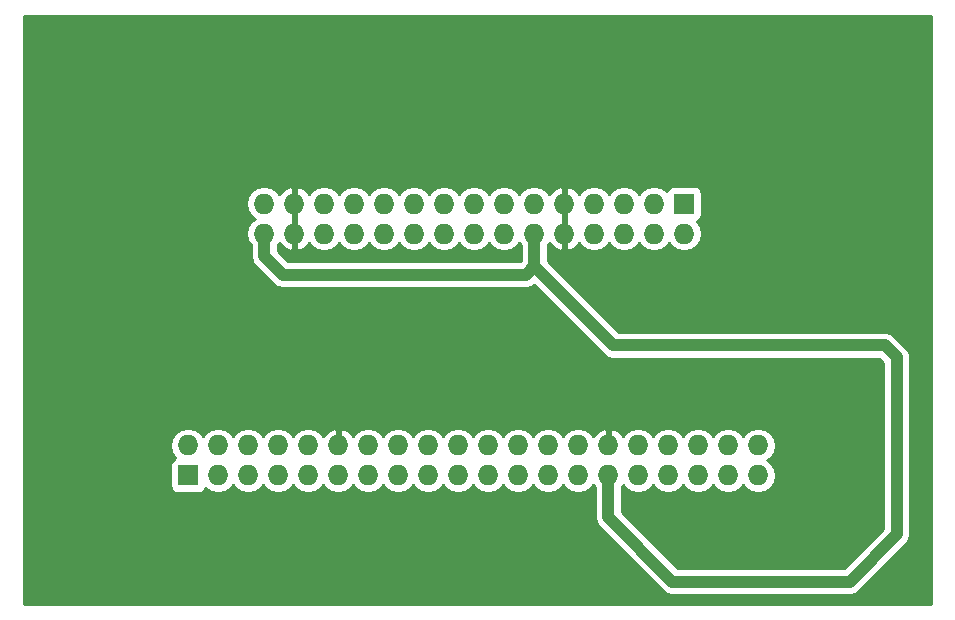
<source format=gbr>
G04 #@! TF.FileFunction,Copper,L2,Bot,Signal*
%FSLAX46Y46*%
G04 Gerber Fmt 4.6, Leading zero omitted, Abs format (unit mm)*
G04 Created by KiCad (PCBNEW 4.0.3+e1-6302~38~ubuntu15.10.1-stable) date Thu Nov 10 16:03:18 2016*
%MOMM*%
%LPD*%
G01*
G04 APERTURE LIST*
%ADD10C,0.100000*%
%ADD11R,1.727200X1.727200*%
%ADD12O,1.727200X1.727200*%
%ADD13C,1.000000*%
%ADD14C,0.254000*%
G04 APERTURE END LIST*
D10*
D11*
X189000000Y-80000000D03*
D12*
X189000000Y-82540000D03*
X186460000Y-80000000D03*
X186460000Y-82540000D03*
X183920000Y-80000000D03*
X183920000Y-82540000D03*
X181380000Y-80000000D03*
X181380000Y-82540000D03*
X178840000Y-80000000D03*
X178840000Y-82540000D03*
X176300000Y-80000000D03*
X176300000Y-82540000D03*
X173760000Y-80000000D03*
X173760000Y-82540000D03*
X171220000Y-80000000D03*
X171220000Y-82540000D03*
X168680000Y-80000000D03*
X168680000Y-82540000D03*
X166140000Y-80000000D03*
X166140000Y-82540000D03*
X163600000Y-80000000D03*
X163600000Y-82540000D03*
X161060000Y-80000000D03*
X161060000Y-82540000D03*
X158520000Y-80000000D03*
X158520000Y-82540000D03*
X155980000Y-80000000D03*
X155980000Y-82540000D03*
X153440000Y-80000000D03*
X153440000Y-82540000D03*
D11*
X147000000Y-103000000D03*
D12*
X147000000Y-100460000D03*
X149540000Y-103000000D03*
X149540000Y-100460000D03*
X152080000Y-103000000D03*
X152080000Y-100460000D03*
X154620000Y-103000000D03*
X154620000Y-100460000D03*
X157160000Y-103000000D03*
X157160000Y-100460000D03*
X159700000Y-103000000D03*
X159700000Y-100460000D03*
X162240000Y-103000000D03*
X162240000Y-100460000D03*
X164780000Y-103000000D03*
X164780000Y-100460000D03*
X167320000Y-103000000D03*
X167320000Y-100460000D03*
X169860000Y-103000000D03*
X169860000Y-100460000D03*
X172400000Y-103000000D03*
X172400000Y-100460000D03*
X174940000Y-103000000D03*
X174940000Y-100460000D03*
X177480000Y-103000000D03*
X177480000Y-100460000D03*
X180020000Y-103000000D03*
X180020000Y-100460000D03*
X182560000Y-103000000D03*
X182560000Y-100460000D03*
X185100000Y-103000000D03*
X185100000Y-100460000D03*
X187640000Y-103000000D03*
X187640000Y-100460000D03*
X190180000Y-103000000D03*
X190180000Y-100460000D03*
X192720000Y-103000000D03*
X192720000Y-100460000D03*
X195260000Y-103000000D03*
X195260000Y-100460000D03*
D13*
X176300000Y-82540000D02*
X176300000Y-85300000D01*
X176300000Y-85300000D02*
X175600000Y-86000000D01*
X153440000Y-84440000D02*
X153440000Y-82540000D01*
X155000000Y-86000000D02*
X153440000Y-84440000D01*
X175600000Y-86000000D02*
X155000000Y-86000000D01*
X182560000Y-106560000D02*
X182560000Y-103000000D01*
X188000000Y-112000000D02*
X182560000Y-106560000D01*
X203000000Y-112000000D02*
X188000000Y-112000000D01*
X207000000Y-108000000D02*
X203000000Y-112000000D01*
X207000000Y-93000000D02*
X207000000Y-108000000D01*
X206000000Y-92000000D02*
X207000000Y-93000000D01*
X183000000Y-92000000D02*
X206000000Y-92000000D01*
X176300000Y-85300000D02*
X183000000Y-92000000D01*
D14*
G36*
X209873000Y-113873000D02*
X133127000Y-113873000D01*
X133127000Y-100460000D01*
X145472041Y-100460000D01*
X145586115Y-101033489D01*
X145910971Y-101519670D01*
X145924642Y-101528805D01*
X145901083Y-101533238D01*
X145684959Y-101672310D01*
X145539969Y-101884510D01*
X145488960Y-102136400D01*
X145488960Y-103863600D01*
X145533238Y-104098917D01*
X145672310Y-104315041D01*
X145884510Y-104460031D01*
X146136400Y-104511040D01*
X147863600Y-104511040D01*
X148098917Y-104466762D01*
X148315041Y-104327690D01*
X148460031Y-104115490D01*
X148468908Y-104071655D01*
X148937152Y-104384526D01*
X149510641Y-104498600D01*
X149569359Y-104498600D01*
X150142848Y-104384526D01*
X150629029Y-104059670D01*
X150810000Y-103788828D01*
X150990971Y-104059670D01*
X151477152Y-104384526D01*
X152050641Y-104498600D01*
X152109359Y-104498600D01*
X152682848Y-104384526D01*
X153169029Y-104059670D01*
X153350000Y-103788828D01*
X153530971Y-104059670D01*
X154017152Y-104384526D01*
X154590641Y-104498600D01*
X154649359Y-104498600D01*
X155222848Y-104384526D01*
X155709029Y-104059670D01*
X155890000Y-103788828D01*
X156070971Y-104059670D01*
X156557152Y-104384526D01*
X157130641Y-104498600D01*
X157189359Y-104498600D01*
X157762848Y-104384526D01*
X158249029Y-104059670D01*
X158430000Y-103788828D01*
X158610971Y-104059670D01*
X159097152Y-104384526D01*
X159670641Y-104498600D01*
X159729359Y-104498600D01*
X160302848Y-104384526D01*
X160789029Y-104059670D01*
X160970000Y-103788828D01*
X161150971Y-104059670D01*
X161637152Y-104384526D01*
X162210641Y-104498600D01*
X162269359Y-104498600D01*
X162842848Y-104384526D01*
X163329029Y-104059670D01*
X163510000Y-103788828D01*
X163690971Y-104059670D01*
X164177152Y-104384526D01*
X164750641Y-104498600D01*
X164809359Y-104498600D01*
X165382848Y-104384526D01*
X165869029Y-104059670D01*
X166050000Y-103788828D01*
X166230971Y-104059670D01*
X166717152Y-104384526D01*
X167290641Y-104498600D01*
X167349359Y-104498600D01*
X167922848Y-104384526D01*
X168409029Y-104059670D01*
X168590000Y-103788828D01*
X168770971Y-104059670D01*
X169257152Y-104384526D01*
X169830641Y-104498600D01*
X169889359Y-104498600D01*
X170462848Y-104384526D01*
X170949029Y-104059670D01*
X171130000Y-103788828D01*
X171310971Y-104059670D01*
X171797152Y-104384526D01*
X172370641Y-104498600D01*
X172429359Y-104498600D01*
X173002848Y-104384526D01*
X173489029Y-104059670D01*
X173670000Y-103788828D01*
X173850971Y-104059670D01*
X174337152Y-104384526D01*
X174910641Y-104498600D01*
X174969359Y-104498600D01*
X175542848Y-104384526D01*
X176029029Y-104059670D01*
X176210000Y-103788828D01*
X176390971Y-104059670D01*
X176877152Y-104384526D01*
X177450641Y-104498600D01*
X177509359Y-104498600D01*
X178082848Y-104384526D01*
X178569029Y-104059670D01*
X178750000Y-103788828D01*
X178930971Y-104059670D01*
X179417152Y-104384526D01*
X179990641Y-104498600D01*
X180049359Y-104498600D01*
X180622848Y-104384526D01*
X181109029Y-104059670D01*
X181290000Y-103788828D01*
X181425000Y-103990870D01*
X181425000Y-106560000D01*
X181511397Y-106994346D01*
X181757434Y-107362566D01*
X187197434Y-112802566D01*
X187565654Y-113048603D01*
X188000000Y-113135000D01*
X203000000Y-113135000D01*
X203434346Y-113048603D01*
X203802566Y-112802566D01*
X207802566Y-108802566D01*
X208048603Y-108434346D01*
X208135000Y-108000000D01*
X208135000Y-93000000D01*
X208095728Y-92802566D01*
X208048604Y-92565655D01*
X207802567Y-92197434D01*
X206802566Y-91197434D01*
X206434346Y-90951397D01*
X206000000Y-90865000D01*
X183470132Y-90865000D01*
X177435000Y-84829868D01*
X177435000Y-83530870D01*
X177569992Y-83328839D01*
X177951510Y-83746821D01*
X178480973Y-83994968D01*
X178713000Y-83874469D01*
X178713000Y-82667000D01*
X178693000Y-82667000D01*
X178693000Y-82413000D01*
X178713000Y-82413000D01*
X178713000Y-80127000D01*
X178693000Y-80127000D01*
X178693000Y-79873000D01*
X178713000Y-79873000D01*
X178713000Y-78665531D01*
X178967000Y-78665531D01*
X178967000Y-79873000D01*
X178987000Y-79873000D01*
X178987000Y-80127000D01*
X178967000Y-80127000D01*
X178967000Y-82413000D01*
X178987000Y-82413000D01*
X178987000Y-82667000D01*
X178967000Y-82667000D01*
X178967000Y-83874469D01*
X179199027Y-83994968D01*
X179728490Y-83746821D01*
X180110008Y-83328839D01*
X180290971Y-83599670D01*
X180777152Y-83924526D01*
X181350641Y-84038600D01*
X181409359Y-84038600D01*
X181982848Y-83924526D01*
X182469029Y-83599670D01*
X182650000Y-83328828D01*
X182830971Y-83599670D01*
X183317152Y-83924526D01*
X183890641Y-84038600D01*
X183949359Y-84038600D01*
X184522848Y-83924526D01*
X185009029Y-83599670D01*
X185190000Y-83328828D01*
X185370971Y-83599670D01*
X185857152Y-83924526D01*
X186430641Y-84038600D01*
X186489359Y-84038600D01*
X187062848Y-83924526D01*
X187549029Y-83599670D01*
X187730000Y-83328828D01*
X187910971Y-83599670D01*
X188397152Y-83924526D01*
X188970641Y-84038600D01*
X189029359Y-84038600D01*
X189602848Y-83924526D01*
X190089029Y-83599670D01*
X190413885Y-83113489D01*
X190527959Y-82540000D01*
X190413885Y-81966511D01*
X190089029Y-81480330D01*
X190075358Y-81471195D01*
X190098917Y-81466762D01*
X190315041Y-81327690D01*
X190460031Y-81115490D01*
X190511040Y-80863600D01*
X190511040Y-79136400D01*
X190466762Y-78901083D01*
X190327690Y-78684959D01*
X190115490Y-78539969D01*
X189863600Y-78488960D01*
X188136400Y-78488960D01*
X187901083Y-78533238D01*
X187684959Y-78672310D01*
X187539969Y-78884510D01*
X187531092Y-78928345D01*
X187062848Y-78615474D01*
X186489359Y-78501400D01*
X186430641Y-78501400D01*
X185857152Y-78615474D01*
X185370971Y-78940330D01*
X185190000Y-79211172D01*
X185009029Y-78940330D01*
X184522848Y-78615474D01*
X183949359Y-78501400D01*
X183890641Y-78501400D01*
X183317152Y-78615474D01*
X182830971Y-78940330D01*
X182650000Y-79211172D01*
X182469029Y-78940330D01*
X181982848Y-78615474D01*
X181409359Y-78501400D01*
X181350641Y-78501400D01*
X180777152Y-78615474D01*
X180290971Y-78940330D01*
X180110008Y-79211161D01*
X179728490Y-78793179D01*
X179199027Y-78545032D01*
X178967000Y-78665531D01*
X178713000Y-78665531D01*
X178480973Y-78545032D01*
X177951510Y-78793179D01*
X177569992Y-79211161D01*
X177389029Y-78940330D01*
X176902848Y-78615474D01*
X176329359Y-78501400D01*
X176270641Y-78501400D01*
X175697152Y-78615474D01*
X175210971Y-78940330D01*
X175030000Y-79211172D01*
X174849029Y-78940330D01*
X174362848Y-78615474D01*
X173789359Y-78501400D01*
X173730641Y-78501400D01*
X173157152Y-78615474D01*
X172670971Y-78940330D01*
X172490000Y-79211172D01*
X172309029Y-78940330D01*
X171822848Y-78615474D01*
X171249359Y-78501400D01*
X171190641Y-78501400D01*
X170617152Y-78615474D01*
X170130971Y-78940330D01*
X169950000Y-79211172D01*
X169769029Y-78940330D01*
X169282848Y-78615474D01*
X168709359Y-78501400D01*
X168650641Y-78501400D01*
X168077152Y-78615474D01*
X167590971Y-78940330D01*
X167410000Y-79211172D01*
X167229029Y-78940330D01*
X166742848Y-78615474D01*
X166169359Y-78501400D01*
X166110641Y-78501400D01*
X165537152Y-78615474D01*
X165050971Y-78940330D01*
X164870000Y-79211172D01*
X164689029Y-78940330D01*
X164202848Y-78615474D01*
X163629359Y-78501400D01*
X163570641Y-78501400D01*
X162997152Y-78615474D01*
X162510971Y-78940330D01*
X162330000Y-79211172D01*
X162149029Y-78940330D01*
X161662848Y-78615474D01*
X161089359Y-78501400D01*
X161030641Y-78501400D01*
X160457152Y-78615474D01*
X159970971Y-78940330D01*
X159790000Y-79211172D01*
X159609029Y-78940330D01*
X159122848Y-78615474D01*
X158549359Y-78501400D01*
X158490641Y-78501400D01*
X157917152Y-78615474D01*
X157430971Y-78940330D01*
X157250008Y-79211161D01*
X156868490Y-78793179D01*
X156339027Y-78545032D01*
X156107000Y-78665531D01*
X156107000Y-79873000D01*
X156127000Y-79873000D01*
X156127000Y-80127000D01*
X156107000Y-80127000D01*
X156107000Y-82413000D01*
X156127000Y-82413000D01*
X156127000Y-82667000D01*
X156107000Y-82667000D01*
X156107000Y-83874469D01*
X156339027Y-83994968D01*
X156868490Y-83746821D01*
X157250008Y-83328839D01*
X157430971Y-83599670D01*
X157917152Y-83924526D01*
X158490641Y-84038600D01*
X158549359Y-84038600D01*
X159122848Y-83924526D01*
X159609029Y-83599670D01*
X159790000Y-83328828D01*
X159970971Y-83599670D01*
X160457152Y-83924526D01*
X161030641Y-84038600D01*
X161089359Y-84038600D01*
X161662848Y-83924526D01*
X162149029Y-83599670D01*
X162330000Y-83328828D01*
X162510971Y-83599670D01*
X162997152Y-83924526D01*
X163570641Y-84038600D01*
X163629359Y-84038600D01*
X164202848Y-83924526D01*
X164689029Y-83599670D01*
X164870000Y-83328828D01*
X165050971Y-83599670D01*
X165537152Y-83924526D01*
X166110641Y-84038600D01*
X166169359Y-84038600D01*
X166742848Y-83924526D01*
X167229029Y-83599670D01*
X167410000Y-83328828D01*
X167590971Y-83599670D01*
X168077152Y-83924526D01*
X168650641Y-84038600D01*
X168709359Y-84038600D01*
X169282848Y-83924526D01*
X169769029Y-83599670D01*
X169950000Y-83328828D01*
X170130971Y-83599670D01*
X170617152Y-83924526D01*
X171190641Y-84038600D01*
X171249359Y-84038600D01*
X171822848Y-83924526D01*
X172309029Y-83599670D01*
X172490000Y-83328828D01*
X172670971Y-83599670D01*
X173157152Y-83924526D01*
X173730641Y-84038600D01*
X173789359Y-84038600D01*
X174362848Y-83924526D01*
X174849029Y-83599670D01*
X175030000Y-83328828D01*
X175165000Y-83530870D01*
X175165000Y-84829867D01*
X175129868Y-84865000D01*
X155470132Y-84865000D01*
X154575000Y-83969868D01*
X154575000Y-83530870D01*
X154709992Y-83328839D01*
X155091510Y-83746821D01*
X155620973Y-83994968D01*
X155853000Y-83874469D01*
X155853000Y-82667000D01*
X155833000Y-82667000D01*
X155833000Y-82413000D01*
X155853000Y-82413000D01*
X155853000Y-80127000D01*
X155833000Y-80127000D01*
X155833000Y-79873000D01*
X155853000Y-79873000D01*
X155853000Y-78665531D01*
X155620973Y-78545032D01*
X155091510Y-78793179D01*
X154709992Y-79211161D01*
X154529029Y-78940330D01*
X154042848Y-78615474D01*
X153469359Y-78501400D01*
X153410641Y-78501400D01*
X152837152Y-78615474D01*
X152350971Y-78940330D01*
X152026115Y-79426511D01*
X151912041Y-80000000D01*
X152026115Y-80573489D01*
X152350971Y-81059670D01*
X152665752Y-81270000D01*
X152350971Y-81480330D01*
X152026115Y-81966511D01*
X151912041Y-82540000D01*
X152026115Y-83113489D01*
X152305000Y-83530870D01*
X152305000Y-84440000D01*
X152391397Y-84874346D01*
X152442881Y-84951397D01*
X152637434Y-85242566D01*
X154197434Y-86802566D01*
X154565654Y-87048603D01*
X155000000Y-87135000D01*
X175600000Y-87135000D01*
X176034346Y-87048603D01*
X176279598Y-86884730D01*
X182197434Y-92802566D01*
X182565654Y-93048603D01*
X183000000Y-93135000D01*
X205529868Y-93135000D01*
X205865000Y-93470133D01*
X205865000Y-107529868D01*
X202529868Y-110865000D01*
X188470132Y-110865000D01*
X183695000Y-106089868D01*
X183695000Y-103990870D01*
X183830000Y-103788828D01*
X184010971Y-104059670D01*
X184497152Y-104384526D01*
X185070641Y-104498600D01*
X185129359Y-104498600D01*
X185702848Y-104384526D01*
X186189029Y-104059670D01*
X186370000Y-103788828D01*
X186550971Y-104059670D01*
X187037152Y-104384526D01*
X187610641Y-104498600D01*
X187669359Y-104498600D01*
X188242848Y-104384526D01*
X188729029Y-104059670D01*
X188910000Y-103788828D01*
X189090971Y-104059670D01*
X189577152Y-104384526D01*
X190150641Y-104498600D01*
X190209359Y-104498600D01*
X190782848Y-104384526D01*
X191269029Y-104059670D01*
X191450000Y-103788828D01*
X191630971Y-104059670D01*
X192117152Y-104384526D01*
X192690641Y-104498600D01*
X192749359Y-104498600D01*
X193322848Y-104384526D01*
X193809029Y-104059670D01*
X193990000Y-103788828D01*
X194170971Y-104059670D01*
X194657152Y-104384526D01*
X195230641Y-104498600D01*
X195289359Y-104498600D01*
X195862848Y-104384526D01*
X196349029Y-104059670D01*
X196673885Y-103573489D01*
X196787959Y-103000000D01*
X196673885Y-102426511D01*
X196349029Y-101940330D01*
X196034248Y-101730000D01*
X196349029Y-101519670D01*
X196673885Y-101033489D01*
X196787959Y-100460000D01*
X196673885Y-99886511D01*
X196349029Y-99400330D01*
X195862848Y-99075474D01*
X195289359Y-98961400D01*
X195230641Y-98961400D01*
X194657152Y-99075474D01*
X194170971Y-99400330D01*
X193990000Y-99671172D01*
X193809029Y-99400330D01*
X193322848Y-99075474D01*
X192749359Y-98961400D01*
X192690641Y-98961400D01*
X192117152Y-99075474D01*
X191630971Y-99400330D01*
X191450000Y-99671172D01*
X191269029Y-99400330D01*
X190782848Y-99075474D01*
X190209359Y-98961400D01*
X190150641Y-98961400D01*
X189577152Y-99075474D01*
X189090971Y-99400330D01*
X188910000Y-99671172D01*
X188729029Y-99400330D01*
X188242848Y-99075474D01*
X187669359Y-98961400D01*
X187610641Y-98961400D01*
X187037152Y-99075474D01*
X186550971Y-99400330D01*
X186370000Y-99671172D01*
X186189029Y-99400330D01*
X185702848Y-99075474D01*
X185129359Y-98961400D01*
X185070641Y-98961400D01*
X184497152Y-99075474D01*
X184010971Y-99400330D01*
X183830008Y-99671161D01*
X183448490Y-99253179D01*
X182919027Y-99005032D01*
X182687000Y-99125531D01*
X182687000Y-100333000D01*
X182707000Y-100333000D01*
X182707000Y-100587000D01*
X182687000Y-100587000D01*
X182687000Y-100607000D01*
X182433000Y-100607000D01*
X182433000Y-100587000D01*
X182413000Y-100587000D01*
X182413000Y-100333000D01*
X182433000Y-100333000D01*
X182433000Y-99125531D01*
X182200973Y-99005032D01*
X181671510Y-99253179D01*
X181289992Y-99671161D01*
X181109029Y-99400330D01*
X180622848Y-99075474D01*
X180049359Y-98961400D01*
X179990641Y-98961400D01*
X179417152Y-99075474D01*
X178930971Y-99400330D01*
X178750000Y-99671172D01*
X178569029Y-99400330D01*
X178082848Y-99075474D01*
X177509359Y-98961400D01*
X177450641Y-98961400D01*
X176877152Y-99075474D01*
X176390971Y-99400330D01*
X176210000Y-99671172D01*
X176029029Y-99400330D01*
X175542848Y-99075474D01*
X174969359Y-98961400D01*
X174910641Y-98961400D01*
X174337152Y-99075474D01*
X173850971Y-99400330D01*
X173670000Y-99671172D01*
X173489029Y-99400330D01*
X173002848Y-99075474D01*
X172429359Y-98961400D01*
X172370641Y-98961400D01*
X171797152Y-99075474D01*
X171310971Y-99400330D01*
X171130000Y-99671172D01*
X170949029Y-99400330D01*
X170462848Y-99075474D01*
X169889359Y-98961400D01*
X169830641Y-98961400D01*
X169257152Y-99075474D01*
X168770971Y-99400330D01*
X168590000Y-99671172D01*
X168409029Y-99400330D01*
X167922848Y-99075474D01*
X167349359Y-98961400D01*
X167290641Y-98961400D01*
X166717152Y-99075474D01*
X166230971Y-99400330D01*
X166050000Y-99671172D01*
X165869029Y-99400330D01*
X165382848Y-99075474D01*
X164809359Y-98961400D01*
X164750641Y-98961400D01*
X164177152Y-99075474D01*
X163690971Y-99400330D01*
X163510000Y-99671172D01*
X163329029Y-99400330D01*
X162842848Y-99075474D01*
X162269359Y-98961400D01*
X162210641Y-98961400D01*
X161637152Y-99075474D01*
X161150971Y-99400330D01*
X160970008Y-99671161D01*
X160588490Y-99253179D01*
X160059027Y-99005032D01*
X159827000Y-99125531D01*
X159827000Y-100333000D01*
X159847000Y-100333000D01*
X159847000Y-100587000D01*
X159827000Y-100587000D01*
X159827000Y-100607000D01*
X159573000Y-100607000D01*
X159573000Y-100587000D01*
X159553000Y-100587000D01*
X159553000Y-100333000D01*
X159573000Y-100333000D01*
X159573000Y-99125531D01*
X159340973Y-99005032D01*
X158811510Y-99253179D01*
X158429992Y-99671161D01*
X158249029Y-99400330D01*
X157762848Y-99075474D01*
X157189359Y-98961400D01*
X157130641Y-98961400D01*
X156557152Y-99075474D01*
X156070971Y-99400330D01*
X155890000Y-99671172D01*
X155709029Y-99400330D01*
X155222848Y-99075474D01*
X154649359Y-98961400D01*
X154590641Y-98961400D01*
X154017152Y-99075474D01*
X153530971Y-99400330D01*
X153350000Y-99671172D01*
X153169029Y-99400330D01*
X152682848Y-99075474D01*
X152109359Y-98961400D01*
X152050641Y-98961400D01*
X151477152Y-99075474D01*
X150990971Y-99400330D01*
X150810000Y-99671172D01*
X150629029Y-99400330D01*
X150142848Y-99075474D01*
X149569359Y-98961400D01*
X149510641Y-98961400D01*
X148937152Y-99075474D01*
X148450971Y-99400330D01*
X148270000Y-99671172D01*
X148089029Y-99400330D01*
X147602848Y-99075474D01*
X147029359Y-98961400D01*
X146970641Y-98961400D01*
X146397152Y-99075474D01*
X145910971Y-99400330D01*
X145586115Y-99886511D01*
X145472041Y-100460000D01*
X133127000Y-100460000D01*
X133127000Y-64127000D01*
X209873000Y-64127000D01*
X209873000Y-113873000D01*
X209873000Y-113873000D01*
G37*
X209873000Y-113873000D02*
X133127000Y-113873000D01*
X133127000Y-100460000D01*
X145472041Y-100460000D01*
X145586115Y-101033489D01*
X145910971Y-101519670D01*
X145924642Y-101528805D01*
X145901083Y-101533238D01*
X145684959Y-101672310D01*
X145539969Y-101884510D01*
X145488960Y-102136400D01*
X145488960Y-103863600D01*
X145533238Y-104098917D01*
X145672310Y-104315041D01*
X145884510Y-104460031D01*
X146136400Y-104511040D01*
X147863600Y-104511040D01*
X148098917Y-104466762D01*
X148315041Y-104327690D01*
X148460031Y-104115490D01*
X148468908Y-104071655D01*
X148937152Y-104384526D01*
X149510641Y-104498600D01*
X149569359Y-104498600D01*
X150142848Y-104384526D01*
X150629029Y-104059670D01*
X150810000Y-103788828D01*
X150990971Y-104059670D01*
X151477152Y-104384526D01*
X152050641Y-104498600D01*
X152109359Y-104498600D01*
X152682848Y-104384526D01*
X153169029Y-104059670D01*
X153350000Y-103788828D01*
X153530971Y-104059670D01*
X154017152Y-104384526D01*
X154590641Y-104498600D01*
X154649359Y-104498600D01*
X155222848Y-104384526D01*
X155709029Y-104059670D01*
X155890000Y-103788828D01*
X156070971Y-104059670D01*
X156557152Y-104384526D01*
X157130641Y-104498600D01*
X157189359Y-104498600D01*
X157762848Y-104384526D01*
X158249029Y-104059670D01*
X158430000Y-103788828D01*
X158610971Y-104059670D01*
X159097152Y-104384526D01*
X159670641Y-104498600D01*
X159729359Y-104498600D01*
X160302848Y-104384526D01*
X160789029Y-104059670D01*
X160970000Y-103788828D01*
X161150971Y-104059670D01*
X161637152Y-104384526D01*
X162210641Y-104498600D01*
X162269359Y-104498600D01*
X162842848Y-104384526D01*
X163329029Y-104059670D01*
X163510000Y-103788828D01*
X163690971Y-104059670D01*
X164177152Y-104384526D01*
X164750641Y-104498600D01*
X164809359Y-104498600D01*
X165382848Y-104384526D01*
X165869029Y-104059670D01*
X166050000Y-103788828D01*
X166230971Y-104059670D01*
X166717152Y-104384526D01*
X167290641Y-104498600D01*
X167349359Y-104498600D01*
X167922848Y-104384526D01*
X168409029Y-104059670D01*
X168590000Y-103788828D01*
X168770971Y-104059670D01*
X169257152Y-104384526D01*
X169830641Y-104498600D01*
X169889359Y-104498600D01*
X170462848Y-104384526D01*
X170949029Y-104059670D01*
X171130000Y-103788828D01*
X171310971Y-104059670D01*
X171797152Y-104384526D01*
X172370641Y-104498600D01*
X172429359Y-104498600D01*
X173002848Y-104384526D01*
X173489029Y-104059670D01*
X173670000Y-103788828D01*
X173850971Y-104059670D01*
X174337152Y-104384526D01*
X174910641Y-104498600D01*
X174969359Y-104498600D01*
X175542848Y-104384526D01*
X176029029Y-104059670D01*
X176210000Y-103788828D01*
X176390971Y-104059670D01*
X176877152Y-104384526D01*
X177450641Y-104498600D01*
X177509359Y-104498600D01*
X178082848Y-104384526D01*
X178569029Y-104059670D01*
X178750000Y-103788828D01*
X178930971Y-104059670D01*
X179417152Y-104384526D01*
X179990641Y-104498600D01*
X180049359Y-104498600D01*
X180622848Y-104384526D01*
X181109029Y-104059670D01*
X181290000Y-103788828D01*
X181425000Y-103990870D01*
X181425000Y-106560000D01*
X181511397Y-106994346D01*
X181757434Y-107362566D01*
X187197434Y-112802566D01*
X187565654Y-113048603D01*
X188000000Y-113135000D01*
X203000000Y-113135000D01*
X203434346Y-113048603D01*
X203802566Y-112802566D01*
X207802566Y-108802566D01*
X208048603Y-108434346D01*
X208135000Y-108000000D01*
X208135000Y-93000000D01*
X208095728Y-92802566D01*
X208048604Y-92565655D01*
X207802567Y-92197434D01*
X206802566Y-91197434D01*
X206434346Y-90951397D01*
X206000000Y-90865000D01*
X183470132Y-90865000D01*
X177435000Y-84829868D01*
X177435000Y-83530870D01*
X177569992Y-83328839D01*
X177951510Y-83746821D01*
X178480973Y-83994968D01*
X178713000Y-83874469D01*
X178713000Y-82667000D01*
X178693000Y-82667000D01*
X178693000Y-82413000D01*
X178713000Y-82413000D01*
X178713000Y-80127000D01*
X178693000Y-80127000D01*
X178693000Y-79873000D01*
X178713000Y-79873000D01*
X178713000Y-78665531D01*
X178967000Y-78665531D01*
X178967000Y-79873000D01*
X178987000Y-79873000D01*
X178987000Y-80127000D01*
X178967000Y-80127000D01*
X178967000Y-82413000D01*
X178987000Y-82413000D01*
X178987000Y-82667000D01*
X178967000Y-82667000D01*
X178967000Y-83874469D01*
X179199027Y-83994968D01*
X179728490Y-83746821D01*
X180110008Y-83328839D01*
X180290971Y-83599670D01*
X180777152Y-83924526D01*
X181350641Y-84038600D01*
X181409359Y-84038600D01*
X181982848Y-83924526D01*
X182469029Y-83599670D01*
X182650000Y-83328828D01*
X182830971Y-83599670D01*
X183317152Y-83924526D01*
X183890641Y-84038600D01*
X183949359Y-84038600D01*
X184522848Y-83924526D01*
X185009029Y-83599670D01*
X185190000Y-83328828D01*
X185370971Y-83599670D01*
X185857152Y-83924526D01*
X186430641Y-84038600D01*
X186489359Y-84038600D01*
X187062848Y-83924526D01*
X187549029Y-83599670D01*
X187730000Y-83328828D01*
X187910971Y-83599670D01*
X188397152Y-83924526D01*
X188970641Y-84038600D01*
X189029359Y-84038600D01*
X189602848Y-83924526D01*
X190089029Y-83599670D01*
X190413885Y-83113489D01*
X190527959Y-82540000D01*
X190413885Y-81966511D01*
X190089029Y-81480330D01*
X190075358Y-81471195D01*
X190098917Y-81466762D01*
X190315041Y-81327690D01*
X190460031Y-81115490D01*
X190511040Y-80863600D01*
X190511040Y-79136400D01*
X190466762Y-78901083D01*
X190327690Y-78684959D01*
X190115490Y-78539969D01*
X189863600Y-78488960D01*
X188136400Y-78488960D01*
X187901083Y-78533238D01*
X187684959Y-78672310D01*
X187539969Y-78884510D01*
X187531092Y-78928345D01*
X187062848Y-78615474D01*
X186489359Y-78501400D01*
X186430641Y-78501400D01*
X185857152Y-78615474D01*
X185370971Y-78940330D01*
X185190000Y-79211172D01*
X185009029Y-78940330D01*
X184522848Y-78615474D01*
X183949359Y-78501400D01*
X183890641Y-78501400D01*
X183317152Y-78615474D01*
X182830971Y-78940330D01*
X182650000Y-79211172D01*
X182469029Y-78940330D01*
X181982848Y-78615474D01*
X181409359Y-78501400D01*
X181350641Y-78501400D01*
X180777152Y-78615474D01*
X180290971Y-78940330D01*
X180110008Y-79211161D01*
X179728490Y-78793179D01*
X179199027Y-78545032D01*
X178967000Y-78665531D01*
X178713000Y-78665531D01*
X178480973Y-78545032D01*
X177951510Y-78793179D01*
X177569992Y-79211161D01*
X177389029Y-78940330D01*
X176902848Y-78615474D01*
X176329359Y-78501400D01*
X176270641Y-78501400D01*
X175697152Y-78615474D01*
X175210971Y-78940330D01*
X175030000Y-79211172D01*
X174849029Y-78940330D01*
X174362848Y-78615474D01*
X173789359Y-78501400D01*
X173730641Y-78501400D01*
X173157152Y-78615474D01*
X172670971Y-78940330D01*
X172490000Y-79211172D01*
X172309029Y-78940330D01*
X171822848Y-78615474D01*
X171249359Y-78501400D01*
X171190641Y-78501400D01*
X170617152Y-78615474D01*
X170130971Y-78940330D01*
X169950000Y-79211172D01*
X169769029Y-78940330D01*
X169282848Y-78615474D01*
X168709359Y-78501400D01*
X168650641Y-78501400D01*
X168077152Y-78615474D01*
X167590971Y-78940330D01*
X167410000Y-79211172D01*
X167229029Y-78940330D01*
X166742848Y-78615474D01*
X166169359Y-78501400D01*
X166110641Y-78501400D01*
X165537152Y-78615474D01*
X165050971Y-78940330D01*
X164870000Y-79211172D01*
X164689029Y-78940330D01*
X164202848Y-78615474D01*
X163629359Y-78501400D01*
X163570641Y-78501400D01*
X162997152Y-78615474D01*
X162510971Y-78940330D01*
X162330000Y-79211172D01*
X162149029Y-78940330D01*
X161662848Y-78615474D01*
X161089359Y-78501400D01*
X161030641Y-78501400D01*
X160457152Y-78615474D01*
X159970971Y-78940330D01*
X159790000Y-79211172D01*
X159609029Y-78940330D01*
X159122848Y-78615474D01*
X158549359Y-78501400D01*
X158490641Y-78501400D01*
X157917152Y-78615474D01*
X157430971Y-78940330D01*
X157250008Y-79211161D01*
X156868490Y-78793179D01*
X156339027Y-78545032D01*
X156107000Y-78665531D01*
X156107000Y-79873000D01*
X156127000Y-79873000D01*
X156127000Y-80127000D01*
X156107000Y-80127000D01*
X156107000Y-82413000D01*
X156127000Y-82413000D01*
X156127000Y-82667000D01*
X156107000Y-82667000D01*
X156107000Y-83874469D01*
X156339027Y-83994968D01*
X156868490Y-83746821D01*
X157250008Y-83328839D01*
X157430971Y-83599670D01*
X157917152Y-83924526D01*
X158490641Y-84038600D01*
X158549359Y-84038600D01*
X159122848Y-83924526D01*
X159609029Y-83599670D01*
X159790000Y-83328828D01*
X159970971Y-83599670D01*
X160457152Y-83924526D01*
X161030641Y-84038600D01*
X161089359Y-84038600D01*
X161662848Y-83924526D01*
X162149029Y-83599670D01*
X162330000Y-83328828D01*
X162510971Y-83599670D01*
X162997152Y-83924526D01*
X163570641Y-84038600D01*
X163629359Y-84038600D01*
X164202848Y-83924526D01*
X164689029Y-83599670D01*
X164870000Y-83328828D01*
X165050971Y-83599670D01*
X165537152Y-83924526D01*
X166110641Y-84038600D01*
X166169359Y-84038600D01*
X166742848Y-83924526D01*
X167229029Y-83599670D01*
X167410000Y-83328828D01*
X167590971Y-83599670D01*
X168077152Y-83924526D01*
X168650641Y-84038600D01*
X168709359Y-84038600D01*
X169282848Y-83924526D01*
X169769029Y-83599670D01*
X169950000Y-83328828D01*
X170130971Y-83599670D01*
X170617152Y-83924526D01*
X171190641Y-84038600D01*
X171249359Y-84038600D01*
X171822848Y-83924526D01*
X172309029Y-83599670D01*
X172490000Y-83328828D01*
X172670971Y-83599670D01*
X173157152Y-83924526D01*
X173730641Y-84038600D01*
X173789359Y-84038600D01*
X174362848Y-83924526D01*
X174849029Y-83599670D01*
X175030000Y-83328828D01*
X175165000Y-83530870D01*
X175165000Y-84829867D01*
X175129868Y-84865000D01*
X155470132Y-84865000D01*
X154575000Y-83969868D01*
X154575000Y-83530870D01*
X154709992Y-83328839D01*
X155091510Y-83746821D01*
X155620973Y-83994968D01*
X155853000Y-83874469D01*
X155853000Y-82667000D01*
X155833000Y-82667000D01*
X155833000Y-82413000D01*
X155853000Y-82413000D01*
X155853000Y-80127000D01*
X155833000Y-80127000D01*
X155833000Y-79873000D01*
X155853000Y-79873000D01*
X155853000Y-78665531D01*
X155620973Y-78545032D01*
X155091510Y-78793179D01*
X154709992Y-79211161D01*
X154529029Y-78940330D01*
X154042848Y-78615474D01*
X153469359Y-78501400D01*
X153410641Y-78501400D01*
X152837152Y-78615474D01*
X152350971Y-78940330D01*
X152026115Y-79426511D01*
X151912041Y-80000000D01*
X152026115Y-80573489D01*
X152350971Y-81059670D01*
X152665752Y-81270000D01*
X152350971Y-81480330D01*
X152026115Y-81966511D01*
X151912041Y-82540000D01*
X152026115Y-83113489D01*
X152305000Y-83530870D01*
X152305000Y-84440000D01*
X152391397Y-84874346D01*
X152442881Y-84951397D01*
X152637434Y-85242566D01*
X154197434Y-86802566D01*
X154565654Y-87048603D01*
X155000000Y-87135000D01*
X175600000Y-87135000D01*
X176034346Y-87048603D01*
X176279598Y-86884730D01*
X182197434Y-92802566D01*
X182565654Y-93048603D01*
X183000000Y-93135000D01*
X205529868Y-93135000D01*
X205865000Y-93470133D01*
X205865000Y-107529868D01*
X202529868Y-110865000D01*
X188470132Y-110865000D01*
X183695000Y-106089868D01*
X183695000Y-103990870D01*
X183830000Y-103788828D01*
X184010971Y-104059670D01*
X184497152Y-104384526D01*
X185070641Y-104498600D01*
X185129359Y-104498600D01*
X185702848Y-104384526D01*
X186189029Y-104059670D01*
X186370000Y-103788828D01*
X186550971Y-104059670D01*
X187037152Y-104384526D01*
X187610641Y-104498600D01*
X187669359Y-104498600D01*
X188242848Y-104384526D01*
X188729029Y-104059670D01*
X188910000Y-103788828D01*
X189090971Y-104059670D01*
X189577152Y-104384526D01*
X190150641Y-104498600D01*
X190209359Y-104498600D01*
X190782848Y-104384526D01*
X191269029Y-104059670D01*
X191450000Y-103788828D01*
X191630971Y-104059670D01*
X192117152Y-104384526D01*
X192690641Y-104498600D01*
X192749359Y-104498600D01*
X193322848Y-104384526D01*
X193809029Y-104059670D01*
X193990000Y-103788828D01*
X194170971Y-104059670D01*
X194657152Y-104384526D01*
X195230641Y-104498600D01*
X195289359Y-104498600D01*
X195862848Y-104384526D01*
X196349029Y-104059670D01*
X196673885Y-103573489D01*
X196787959Y-103000000D01*
X196673885Y-102426511D01*
X196349029Y-101940330D01*
X196034248Y-101730000D01*
X196349029Y-101519670D01*
X196673885Y-101033489D01*
X196787959Y-100460000D01*
X196673885Y-99886511D01*
X196349029Y-99400330D01*
X195862848Y-99075474D01*
X195289359Y-98961400D01*
X195230641Y-98961400D01*
X194657152Y-99075474D01*
X194170971Y-99400330D01*
X193990000Y-99671172D01*
X193809029Y-99400330D01*
X193322848Y-99075474D01*
X192749359Y-98961400D01*
X192690641Y-98961400D01*
X192117152Y-99075474D01*
X191630971Y-99400330D01*
X191450000Y-99671172D01*
X191269029Y-99400330D01*
X190782848Y-99075474D01*
X190209359Y-98961400D01*
X190150641Y-98961400D01*
X189577152Y-99075474D01*
X189090971Y-99400330D01*
X188910000Y-99671172D01*
X188729029Y-99400330D01*
X188242848Y-99075474D01*
X187669359Y-98961400D01*
X187610641Y-98961400D01*
X187037152Y-99075474D01*
X186550971Y-99400330D01*
X186370000Y-99671172D01*
X186189029Y-99400330D01*
X185702848Y-99075474D01*
X185129359Y-98961400D01*
X185070641Y-98961400D01*
X184497152Y-99075474D01*
X184010971Y-99400330D01*
X183830008Y-99671161D01*
X183448490Y-99253179D01*
X182919027Y-99005032D01*
X182687000Y-99125531D01*
X182687000Y-100333000D01*
X182707000Y-100333000D01*
X182707000Y-100587000D01*
X182687000Y-100587000D01*
X182687000Y-100607000D01*
X182433000Y-100607000D01*
X182433000Y-100587000D01*
X182413000Y-100587000D01*
X182413000Y-100333000D01*
X182433000Y-100333000D01*
X182433000Y-99125531D01*
X182200973Y-99005032D01*
X181671510Y-99253179D01*
X181289992Y-99671161D01*
X181109029Y-99400330D01*
X180622848Y-99075474D01*
X180049359Y-98961400D01*
X179990641Y-98961400D01*
X179417152Y-99075474D01*
X178930971Y-99400330D01*
X178750000Y-99671172D01*
X178569029Y-99400330D01*
X178082848Y-99075474D01*
X177509359Y-98961400D01*
X177450641Y-98961400D01*
X176877152Y-99075474D01*
X176390971Y-99400330D01*
X176210000Y-99671172D01*
X176029029Y-99400330D01*
X175542848Y-99075474D01*
X174969359Y-98961400D01*
X174910641Y-98961400D01*
X174337152Y-99075474D01*
X173850971Y-99400330D01*
X173670000Y-99671172D01*
X173489029Y-99400330D01*
X173002848Y-99075474D01*
X172429359Y-98961400D01*
X172370641Y-98961400D01*
X171797152Y-99075474D01*
X171310971Y-99400330D01*
X171130000Y-99671172D01*
X170949029Y-99400330D01*
X170462848Y-99075474D01*
X169889359Y-98961400D01*
X169830641Y-98961400D01*
X169257152Y-99075474D01*
X168770971Y-99400330D01*
X168590000Y-99671172D01*
X168409029Y-99400330D01*
X167922848Y-99075474D01*
X167349359Y-98961400D01*
X167290641Y-98961400D01*
X166717152Y-99075474D01*
X166230971Y-99400330D01*
X166050000Y-99671172D01*
X165869029Y-99400330D01*
X165382848Y-99075474D01*
X164809359Y-98961400D01*
X164750641Y-98961400D01*
X164177152Y-99075474D01*
X163690971Y-99400330D01*
X163510000Y-99671172D01*
X163329029Y-99400330D01*
X162842848Y-99075474D01*
X162269359Y-98961400D01*
X162210641Y-98961400D01*
X161637152Y-99075474D01*
X161150971Y-99400330D01*
X160970008Y-99671161D01*
X160588490Y-99253179D01*
X160059027Y-99005032D01*
X159827000Y-99125531D01*
X159827000Y-100333000D01*
X159847000Y-100333000D01*
X159847000Y-100587000D01*
X159827000Y-100587000D01*
X159827000Y-100607000D01*
X159573000Y-100607000D01*
X159573000Y-100587000D01*
X159553000Y-100587000D01*
X159553000Y-100333000D01*
X159573000Y-100333000D01*
X159573000Y-99125531D01*
X159340973Y-99005032D01*
X158811510Y-99253179D01*
X158429992Y-99671161D01*
X158249029Y-99400330D01*
X157762848Y-99075474D01*
X157189359Y-98961400D01*
X157130641Y-98961400D01*
X156557152Y-99075474D01*
X156070971Y-99400330D01*
X155890000Y-99671172D01*
X155709029Y-99400330D01*
X155222848Y-99075474D01*
X154649359Y-98961400D01*
X154590641Y-98961400D01*
X154017152Y-99075474D01*
X153530971Y-99400330D01*
X153350000Y-99671172D01*
X153169029Y-99400330D01*
X152682848Y-99075474D01*
X152109359Y-98961400D01*
X152050641Y-98961400D01*
X151477152Y-99075474D01*
X150990971Y-99400330D01*
X150810000Y-99671172D01*
X150629029Y-99400330D01*
X150142848Y-99075474D01*
X149569359Y-98961400D01*
X149510641Y-98961400D01*
X148937152Y-99075474D01*
X148450971Y-99400330D01*
X148270000Y-99671172D01*
X148089029Y-99400330D01*
X147602848Y-99075474D01*
X147029359Y-98961400D01*
X146970641Y-98961400D01*
X146397152Y-99075474D01*
X145910971Y-99400330D01*
X145586115Y-99886511D01*
X145472041Y-100460000D01*
X133127000Y-100460000D01*
X133127000Y-64127000D01*
X209873000Y-64127000D01*
X209873000Y-113873000D01*
M02*

</source>
